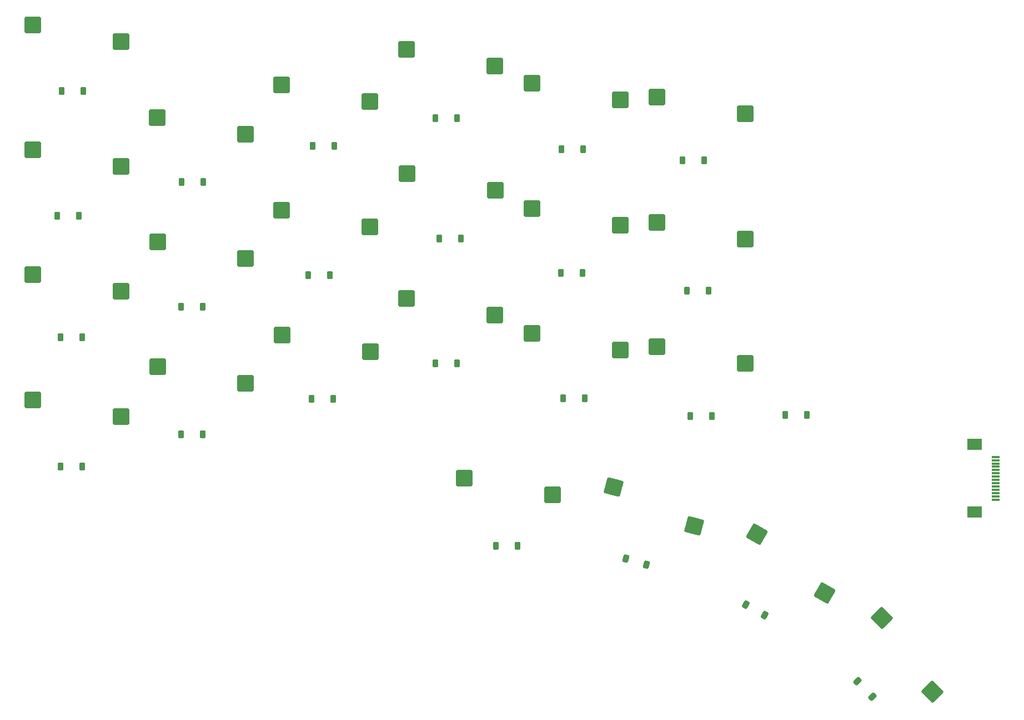
<source format=gtp>
G04 #@! TF.GenerationSoftware,KiCad,Pcbnew,7.0.10-7.0.10~ubuntu23.10.1*
G04 #@! TF.CreationDate,2024-01-07T16:56:52-05:00*
G04 #@! TF.ProjectId,design,64657369-676e-42e6-9b69-6361645f7063,rev?*
G04 #@! TF.SameCoordinates,Original*
G04 #@! TF.FileFunction,Paste,Top*
G04 #@! TF.FilePolarity,Positive*
%FSLAX46Y46*%
G04 Gerber Fmt 4.6, Leading zero omitted, Abs format (unit mm)*
G04 Created by KiCad (PCBNEW 7.0.10-7.0.10~ubuntu23.10.1) date 2024-01-07 16:56:52*
%MOMM*%
%LPD*%
G01*
G04 APERTURE LIST*
G04 Aperture macros list*
%AMRoundRect*
0 Rectangle with rounded corners*
0 $1 Rounding radius*
0 $2 $3 $4 $5 $6 $7 $8 $9 X,Y pos of 4 corners*
0 Add a 4 corners polygon primitive as box body*
4,1,4,$2,$3,$4,$5,$6,$7,$8,$9,$2,$3,0*
0 Add four circle primitives for the rounded corners*
1,1,$1+$1,$2,$3*
1,1,$1+$1,$4,$5*
1,1,$1+$1,$6,$7*
1,1,$1+$1,$8,$9*
0 Add four rect primitives between the rounded corners*
20,1,$1+$1,$2,$3,$4,$5,0*
20,1,$1+$1,$4,$5,$6,$7,0*
20,1,$1+$1,$6,$7,$8,$9,0*
20,1,$1+$1,$8,$9,$2,$3,0*%
G04 Aperture macros list end*
%ADD10RoundRect,0.250000X-1.248893X-0.700636X0.731255X-1.231215X1.248893X0.700636X-0.731255X1.231215X0*%
%ADD11RoundRect,0.225000X-0.225000X-0.375000X0.225000X-0.375000X0.225000X0.375000X-0.225000X0.375000X0*%
%ADD12RoundRect,0.250000X-1.025000X-1.000000X1.025000X-1.000000X1.025000X1.000000X-1.025000X1.000000X0*%
%ADD13RoundRect,0.225000X-0.382356X-0.212260X0.007356X-0.437260X0.382356X0.212260X-0.007356X0.437260X0*%
%ADD14RoundRect,0.225000X-0.424264X-0.106066X-0.106066X-0.424264X0.424264X0.106066X0.106066X0.424264X0*%
%ADD15R,2.200000X1.800000*%
%ADD16R,1.300000X0.300000*%
%ADD17RoundRect,0.225000X-0.314390X-0.303988X0.120276X-0.420456X0.314390X0.303988X-0.120276X0.420456X0*%
%ADD18RoundRect,0.250000X-1.387676X-0.353525X0.387676X-1.378525X1.387676X0.353525X-0.387676X1.378525X0*%
%ADD19RoundRect,0.250000X-1.431891X0.017678X0.017678X-1.431891X1.431891X-0.017678X-0.017678X1.431891X0*%
G04 APERTURE END LIST*
D10*
X144359711Y-121036656D03*
X132025409Y-115102088D03*
D11*
X66100000Y-107100000D03*
X69400000Y-107100000D03*
D12*
X113980000Y-69860000D03*
X100530000Y-67320000D03*
D11*
X86150000Y-63100000D03*
X89450000Y-63100000D03*
X124000000Y-82500000D03*
X127300000Y-82500000D03*
D12*
X122760000Y-116360000D03*
X109310000Y-113820000D03*
D11*
X47700000Y-92300000D03*
X51000000Y-92300000D03*
X86000000Y-101700000D03*
X89300000Y-101700000D03*
D12*
X75950000Y-80260000D03*
X62500000Y-77720000D03*
X94900000Y-56300000D03*
X81450000Y-53760000D03*
D13*
X152221058Y-133075000D03*
X155078942Y-134725000D03*
D11*
X66100000Y-87600000D03*
X69400000Y-87600000D03*
X47700000Y-112000000D03*
X51000000Y-112000000D03*
X158200000Y-104100000D03*
X161500000Y-104100000D03*
D12*
X94900000Y-75400000D03*
X81450000Y-72860000D03*
D11*
X105500000Y-77200000D03*
X108800000Y-77200000D03*
X66150000Y-68600000D03*
X69450000Y-68600000D03*
D12*
X152080000Y-77260000D03*
X138630000Y-74720000D03*
D11*
X124350000Y-101600000D03*
X127650000Y-101600000D03*
D12*
X133040000Y-94260000D03*
X119590000Y-91720000D03*
X94960000Y-94460000D03*
X81510000Y-91920000D03*
D14*
X169200000Y-144800000D03*
X171533452Y-147133452D03*
D12*
X152080000Y-58160000D03*
X138630000Y-55620000D03*
D11*
X104900000Y-58800000D03*
X108200000Y-58800000D03*
X143200000Y-85200000D03*
X146500000Y-85200000D03*
D12*
X56940000Y-85260000D03*
X43490000Y-82720000D03*
D11*
X142550000Y-65300000D03*
X145850000Y-65300000D03*
D12*
X133040000Y-56060000D03*
X119590000Y-53520000D03*
D11*
X104900000Y-96300000D03*
X108200000Y-96300000D03*
D12*
X56940000Y-47160000D03*
X43490000Y-44620000D03*
D15*
X187049993Y-118950001D03*
X187049993Y-108650001D03*
D16*
X190299994Y-117050002D03*
X190299994Y-116550001D03*
X190299994Y-116050002D03*
X190299994Y-115550000D03*
X190299994Y-115050001D03*
X190299994Y-114550002D03*
X190299994Y-114050000D03*
X190299994Y-113550001D03*
X190299994Y-113050000D03*
X190299994Y-112550001D03*
X190299994Y-112050002D03*
X190299994Y-111550000D03*
X190299994Y-111050001D03*
X190299994Y-110550000D03*
D11*
X143700000Y-104300000D03*
X147000000Y-104300000D03*
D12*
X56960000Y-104360000D03*
X43510000Y-101820000D03*
X75940000Y-61260000D03*
X62490000Y-58720000D03*
D11*
X47900000Y-54700000D03*
X51200000Y-54700000D03*
D12*
X113960000Y-50860000D03*
X100510000Y-48320000D03*
X75950000Y-99340000D03*
X62500000Y-96800000D03*
D17*
X133900000Y-126100000D03*
X137087556Y-126954102D03*
D18*
X164243947Y-131280295D03*
X153865905Y-122355591D03*
D12*
X133060000Y-75160000D03*
X119610000Y-72620000D03*
D19*
X180692459Y-146400357D03*
X172977924Y-135093719D03*
D11*
X85500000Y-82800000D03*
X88800000Y-82800000D03*
D12*
X152080000Y-96260000D03*
X138630000Y-93720000D03*
D11*
X124100000Y-63600000D03*
X127400000Y-63600000D03*
D12*
X56940000Y-66200000D03*
X43490000Y-63660000D03*
X113940000Y-88860000D03*
X100490000Y-86320000D03*
D11*
X114100000Y-124100000D03*
X117400000Y-124100000D03*
X47200000Y-73700000D03*
X50500000Y-73700000D03*
M02*

</source>
